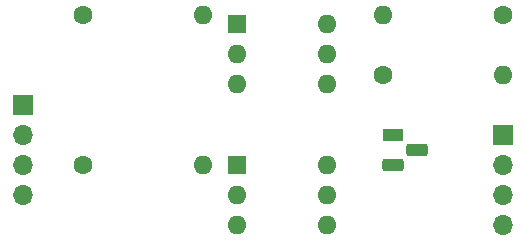
<source format=gbr>
%TF.GenerationSoftware,KiCad,Pcbnew,8.0.6*%
%TF.CreationDate,2025-02-01T10:00:46+01:00*%
%TF.ProjectId,Optoisolatore_K40_1.0,4f70746f-6973-46f6-9c61-746f72655f4b,rev?*%
%TF.SameCoordinates,Original*%
%TF.FileFunction,Soldermask,Top*%
%TF.FilePolarity,Negative*%
%FSLAX46Y46*%
G04 Gerber Fmt 4.6, Leading zero omitted, Abs format (unit mm)*
G04 Created by KiCad (PCBNEW 8.0.6) date 2025-02-01 10:00:46*
%MOMM*%
%LPD*%
G01*
G04 APERTURE LIST*
G04 Aperture macros list*
%AMRoundRect*
0 Rectangle with rounded corners*
0 $1 Rounding radius*
0 $2 $3 $4 $5 $6 $7 $8 $9 X,Y pos of 4 corners*
0 Add a 4 corners polygon primitive as box body*
4,1,4,$2,$3,$4,$5,$6,$7,$8,$9,$2,$3,0*
0 Add four circle primitives for the rounded corners*
1,1,$1+$1,$2,$3*
1,1,$1+$1,$4,$5*
1,1,$1+$1,$6,$7*
1,1,$1+$1,$8,$9*
0 Add four rect primitives between the rounded corners*
20,1,$1+$1,$2,$3,$4,$5,0*
20,1,$1+$1,$4,$5,$6,$7,0*
20,1,$1+$1,$6,$7,$8,$9,0*
20,1,$1+$1,$8,$9,$2,$3,0*%
G04 Aperture macros list end*
%ADD10R,1.700000X1.700000*%
%ADD11O,1.700000X1.700000*%
%ADD12C,1.600000*%
%ADD13O,1.600000X1.600000*%
%ADD14R,1.800000X1.100000*%
%ADD15RoundRect,0.275000X-0.625000X0.275000X-0.625000X-0.275000X0.625000X-0.275000X0.625000X0.275000X0*%
%ADD16R,1.600000X1.600000*%
G04 APERTURE END LIST*
D10*
%TO.C,J2*%
X121920000Y-83820000D03*
D11*
X121920000Y-86360000D03*
X121920000Y-88900000D03*
X121920000Y-91440000D03*
%TD*%
D12*
%TO.C,R6*%
X152400000Y-81280000D03*
D13*
X162560000Y-81280000D03*
%TD*%
D12*
%TO.C,R7*%
X162560000Y-76200000D03*
D13*
X152400000Y-76200000D03*
%TD*%
D14*
%TO.C,Q1*%
X153270000Y-86360000D03*
D15*
X155340000Y-87630000D03*
X153270000Y-88900000D03*
%TD*%
D16*
%TO.C,U1*%
X140080000Y-76950000D03*
D13*
X140080000Y-79490000D03*
X140080000Y-82030000D03*
X147700000Y-82030000D03*
X147700000Y-79490000D03*
X147700000Y-76950000D03*
%TD*%
D12*
%TO.C,R2*%
X127000000Y-76200000D03*
D13*
X137160000Y-76200000D03*
%TD*%
D10*
%TO.C,J1*%
X162560000Y-86360000D03*
D11*
X162560000Y-88900000D03*
X162560000Y-91440000D03*
X162560000Y-93980000D03*
%TD*%
D12*
%TO.C,R4*%
X127000000Y-88900000D03*
D13*
X137160000Y-88900000D03*
%TD*%
D16*
%TO.C,U2*%
X140080000Y-88915000D03*
D13*
X140080000Y-91455000D03*
X140080000Y-93995000D03*
X147700000Y-93995000D03*
X147700000Y-91455000D03*
X147700000Y-88915000D03*
%TD*%
M02*

</source>
